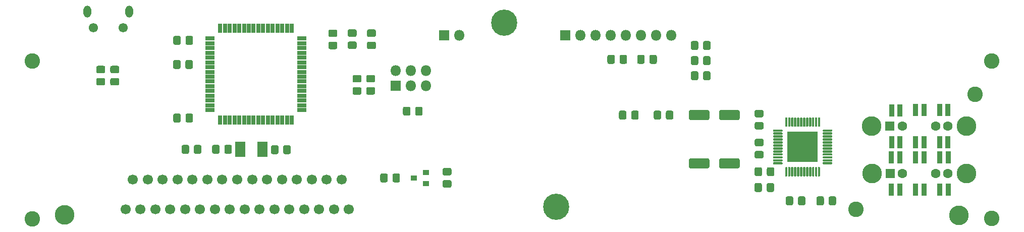
<source format=gts>
%TF.GenerationSoftware,KiCad,Pcbnew,(5.1.6-0)*%
%TF.CreationDate,2023-03-06T10:11:25+01:00*%
%TF.ProjectId,A500KB,41353030-4b42-42e6-9b69-6361645f7063,3*%
%TF.SameCoordinates,Original*%
%TF.FileFunction,Soldermask,Top*%
%TF.FilePolarity,Negative*%
%FSLAX46Y46*%
G04 Gerber Fmt 4.6, Leading zero omitted, Abs format (unit mm)*
G04 Created by KiCad (PCBNEW (5.1.6-0)) date 2023-03-06 10:11:25*
%MOMM*%
%LPD*%
G01*
G04 APERTURE LIST*
%ADD10C,4.400000*%
%ADD11R,0.900000X2.100000*%
%ADD12C,2.600000*%
%ADD13C,3.300000*%
%ADD14O,1.300000X2.000000*%
%ADD15C,1.550000*%
%ADD16R,1.000000X0.900000*%
%ADD17R,5.100000X5.100000*%
%ADD18C,1.600000*%
%ADD19R,1.600000X1.600000*%
%ADD20O,1.800000X1.800000*%
%ADD21R,1.800000X1.800000*%
%ADD22R,1.800000X2.500000*%
%ADD23R,0.650000X1.600000*%
%ADD24R,1.600000X0.650000*%
%ADD25C,1.700000*%
G04 APERTURE END LIST*
D10*
%TO.C,H26*%
X386402580Y-226021900D03*
%TD*%
D11*
%TO.C,D51*%
X451383400Y-240737500D03*
X451383400Y-246137500D03*
X452783400Y-246137500D03*
X452783400Y-240737500D03*
%TD*%
D12*
%TO.C,H25*%
X465376260Y-238102140D03*
%TD*%
%TO.C,H24*%
X445394080Y-257342640D03*
%TD*%
D13*
%TO.C,H23*%
X312681620Y-258340860D03*
%TD*%
%TO.C,H22*%
X462699100Y-258343400D03*
%TD*%
D14*
%TO.C,J2*%
X323450000Y-224150000D03*
X316450000Y-224150000D03*
D15*
X322450000Y-226850000D03*
X317450000Y-226850000D03*
%TD*%
%TO.C,R16*%
G36*
G01*
X360407478Y-229209440D02*
X361364002Y-229209440D01*
G75*
G02*
X361635740Y-229481178I0J-271738D01*
G01*
X361635740Y-230187702D01*
G75*
G02*
X361364002Y-230459440I-271738J0D01*
G01*
X360407478Y-230459440D01*
G75*
G02*
X360135740Y-230187702I0J271738D01*
G01*
X360135740Y-229481178D01*
G75*
G02*
X360407478Y-229209440I271738J0D01*
G01*
G37*
G36*
G01*
X360407478Y-227159440D02*
X361364002Y-227159440D01*
G75*
G02*
X361635740Y-227431178I0J-271738D01*
G01*
X361635740Y-228137702D01*
G75*
G02*
X361364002Y-228409440I-271738J0D01*
G01*
X360407478Y-228409440D01*
G75*
G02*
X360135740Y-228137702I0J271738D01*
G01*
X360135740Y-227431178D01*
G75*
G02*
X360407478Y-227159440I271738J0D01*
G01*
G37*
%TD*%
%TO.C,R15*%
G36*
G01*
X363633278Y-229232520D02*
X364589802Y-229232520D01*
G75*
G02*
X364861540Y-229504258I0J-271738D01*
G01*
X364861540Y-230210782D01*
G75*
G02*
X364589802Y-230482520I-271738J0D01*
G01*
X363633278Y-230482520D01*
G75*
G02*
X363361540Y-230210782I0J271738D01*
G01*
X363361540Y-229504258D01*
G75*
G02*
X363633278Y-229232520I271738J0D01*
G01*
G37*
G36*
G01*
X363633278Y-227182520D02*
X364589802Y-227182520D01*
G75*
G02*
X364861540Y-227454258I0J-271738D01*
G01*
X364861540Y-228160782D01*
G75*
G02*
X364589802Y-228432520I-271738J0D01*
G01*
X363633278Y-228432520D01*
G75*
G02*
X363361540Y-228160782I0J271738D01*
G01*
X363361540Y-227454258D01*
G75*
G02*
X363633278Y-227182520I271738J0D01*
G01*
G37*
%TD*%
%TO.C,R14*%
G36*
G01*
X407698000Y-242032262D02*
X407698000Y-241075738D01*
G75*
G02*
X407969738Y-240804000I271738J0D01*
G01*
X408676262Y-240804000D01*
G75*
G02*
X408948000Y-241075738I0J-271738D01*
G01*
X408948000Y-242032262D01*
G75*
G02*
X408676262Y-242304000I-271738J0D01*
G01*
X407969738Y-242304000D01*
G75*
G02*
X407698000Y-242032262I0J271738D01*
G01*
G37*
G36*
G01*
X405648000Y-242032262D02*
X405648000Y-241075738D01*
G75*
G02*
X405919738Y-240804000I271738J0D01*
G01*
X406626262Y-240804000D01*
G75*
G02*
X406898000Y-241075738I0J-271738D01*
G01*
X406898000Y-242032262D01*
G75*
G02*
X406626262Y-242304000I-271738J0D01*
G01*
X405919738Y-242304000D01*
G75*
G02*
X405648000Y-242032262I0J271738D01*
G01*
G37*
%TD*%
%TO.C,R13*%
G36*
G01*
X413522000Y-242032262D02*
X413522000Y-241075738D01*
G75*
G02*
X413793738Y-240804000I271738J0D01*
G01*
X414500262Y-240804000D01*
G75*
G02*
X414772000Y-241075738I0J-271738D01*
G01*
X414772000Y-242032262D01*
G75*
G02*
X414500262Y-242304000I-271738J0D01*
G01*
X413793738Y-242304000D01*
G75*
G02*
X413522000Y-242032262I0J271738D01*
G01*
G37*
G36*
G01*
X411472000Y-242032262D02*
X411472000Y-241075738D01*
G75*
G02*
X411743738Y-240804000I271738J0D01*
G01*
X412450262Y-240804000D01*
G75*
G02*
X412722000Y-241075738I0J-271738D01*
G01*
X412722000Y-242032262D01*
G75*
G02*
X412450262Y-242304000I-271738J0D01*
G01*
X411743738Y-242304000D01*
G75*
G02*
X411472000Y-242032262I0J271738D01*
G01*
G37*
%TD*%
%TO.C,R12*%
G36*
G01*
X418963000Y-229391738D02*
X418963000Y-230348262D01*
G75*
G02*
X418691262Y-230620000I-271738J0D01*
G01*
X417984738Y-230620000D01*
G75*
G02*
X417713000Y-230348262I0J271738D01*
G01*
X417713000Y-229391738D01*
G75*
G02*
X417984738Y-229120000I271738J0D01*
G01*
X418691262Y-229120000D01*
G75*
G02*
X418963000Y-229391738I0J-271738D01*
G01*
G37*
G36*
G01*
X421013000Y-229391738D02*
X421013000Y-230348262D01*
G75*
G02*
X420741262Y-230620000I-271738J0D01*
G01*
X420034738Y-230620000D01*
G75*
G02*
X419763000Y-230348262I0J271738D01*
G01*
X419763000Y-229391738D01*
G75*
G02*
X420034738Y-229120000I271738J0D01*
G01*
X420741262Y-229120000D01*
G75*
G02*
X421013000Y-229391738I0J-271738D01*
G01*
G37*
%TD*%
%TO.C,R11*%
G36*
G01*
X363503738Y-236865000D02*
X364460262Y-236865000D01*
G75*
G02*
X364732000Y-237136738I0J-271738D01*
G01*
X364732000Y-237843262D01*
G75*
G02*
X364460262Y-238115000I-271738J0D01*
G01*
X363503738Y-238115000D01*
G75*
G02*
X363232000Y-237843262I0J271738D01*
G01*
X363232000Y-237136738D01*
G75*
G02*
X363503738Y-236865000I271738J0D01*
G01*
G37*
G36*
G01*
X363503738Y-234815000D02*
X364460262Y-234815000D01*
G75*
G02*
X364732000Y-235086738I0J-271738D01*
G01*
X364732000Y-235793262D01*
G75*
G02*
X364460262Y-236065000I-271738J0D01*
G01*
X363503738Y-236065000D01*
G75*
G02*
X363232000Y-235793262I0J271738D01*
G01*
X363232000Y-235086738D01*
G75*
G02*
X363503738Y-234815000I271738J0D01*
G01*
G37*
%TD*%
%TO.C,R10*%
G36*
G01*
X361217738Y-236874000D02*
X362174262Y-236874000D01*
G75*
G02*
X362446000Y-237145738I0J-271738D01*
G01*
X362446000Y-237852262D01*
G75*
G02*
X362174262Y-238124000I-271738J0D01*
G01*
X361217738Y-238124000D01*
G75*
G02*
X360946000Y-237852262I0J271738D01*
G01*
X360946000Y-237145738D01*
G75*
G02*
X361217738Y-236874000I271738J0D01*
G01*
G37*
G36*
G01*
X361217738Y-234824000D02*
X362174262Y-234824000D01*
G75*
G02*
X362446000Y-235095738I0J-271738D01*
G01*
X362446000Y-235802262D01*
G75*
G02*
X362174262Y-236074000I-271738J0D01*
G01*
X361217738Y-236074000D01*
G75*
G02*
X360946000Y-235802262I0J271738D01*
G01*
X360946000Y-235095738D01*
G75*
G02*
X361217738Y-234824000I271738J0D01*
G01*
G37*
%TD*%
%TO.C,R9*%
G36*
G01*
X418954000Y-231931738D02*
X418954000Y-232888262D01*
G75*
G02*
X418682262Y-233160000I-271738J0D01*
G01*
X417975738Y-233160000D01*
G75*
G02*
X417704000Y-232888262I0J271738D01*
G01*
X417704000Y-231931738D01*
G75*
G02*
X417975738Y-231660000I271738J0D01*
G01*
X418682262Y-231660000D01*
G75*
G02*
X418954000Y-231931738I0J-271738D01*
G01*
G37*
G36*
G01*
X421004000Y-231931738D02*
X421004000Y-232888262D01*
G75*
G02*
X420732262Y-233160000I-271738J0D01*
G01*
X420025738Y-233160000D01*
G75*
G02*
X419754000Y-232888262I0J271738D01*
G01*
X419754000Y-231931738D01*
G75*
G02*
X420025738Y-231660000I271738J0D01*
G01*
X420732262Y-231660000D01*
G75*
G02*
X421004000Y-231931738I0J-271738D01*
G01*
G37*
%TD*%
%TO.C,R8*%
G36*
G01*
X418954000Y-234471738D02*
X418954000Y-235428262D01*
G75*
G02*
X418682262Y-235700000I-271738J0D01*
G01*
X417975738Y-235700000D01*
G75*
G02*
X417704000Y-235428262I0J271738D01*
G01*
X417704000Y-234471738D01*
G75*
G02*
X417975738Y-234200000I271738J0D01*
G01*
X418682262Y-234200000D01*
G75*
G02*
X418954000Y-234471738I0J-271738D01*
G01*
G37*
G36*
G01*
X421004000Y-234471738D02*
X421004000Y-235428262D01*
G75*
G02*
X420732262Y-235700000I-271738J0D01*
G01*
X420025738Y-235700000D01*
G75*
G02*
X419754000Y-235428262I0J271738D01*
G01*
X419754000Y-234471738D01*
G75*
G02*
X420025738Y-234200000I271738J0D01*
G01*
X420732262Y-234200000D01*
G75*
G02*
X421004000Y-234471738I0J-271738D01*
G01*
G37*
%TD*%
%TO.C,C16*%
G36*
G01*
X420812500Y-240965625D02*
X420812500Y-242134375D01*
G75*
G02*
X420546875Y-242400000I-265625J0D01*
G01*
X417653125Y-242400000D01*
G75*
G02*
X417387500Y-242134375I0J265625D01*
G01*
X417387500Y-240965625D01*
G75*
G02*
X417653125Y-240700000I265625J0D01*
G01*
X420546875Y-240700000D01*
G75*
G02*
X420812500Y-240965625I0J-265625D01*
G01*
G37*
G36*
G01*
X425887500Y-240965625D02*
X425887500Y-242134375D01*
G75*
G02*
X425621875Y-242400000I-265625J0D01*
G01*
X422728125Y-242400000D01*
G75*
G02*
X422462500Y-242134375I0J265625D01*
G01*
X422462500Y-240965625D01*
G75*
G02*
X422728125Y-240700000I265625J0D01*
G01*
X425621875Y-240700000D01*
G75*
G02*
X425887500Y-240965625I0J-265625D01*
G01*
G37*
%TD*%
%TO.C,C15*%
G36*
G01*
X420812500Y-249065625D02*
X420812500Y-250234375D01*
G75*
G02*
X420546875Y-250500000I-265625J0D01*
G01*
X417653125Y-250500000D01*
G75*
G02*
X417387500Y-250234375I0J265625D01*
G01*
X417387500Y-249065625D01*
G75*
G02*
X417653125Y-248800000I265625J0D01*
G01*
X420546875Y-248800000D01*
G75*
G02*
X420812500Y-249065625I0J-265625D01*
G01*
G37*
G36*
G01*
X425887500Y-249065625D02*
X425887500Y-250234375D01*
G75*
G02*
X425621875Y-250500000I-265625J0D01*
G01*
X422728125Y-250500000D01*
G75*
G02*
X422462500Y-250234375I0J265625D01*
G01*
X422462500Y-249065625D01*
G75*
G02*
X422728125Y-248800000I265625J0D01*
G01*
X425621875Y-248800000D01*
G75*
G02*
X425887500Y-249065625I0J-265625D01*
G01*
G37*
%TD*%
%TO.C,R7*%
G36*
G01*
X430425000Y-254178262D02*
X430425000Y-253221738D01*
G75*
G02*
X430696738Y-252950000I271738J0D01*
G01*
X431403262Y-252950000D01*
G75*
G02*
X431675000Y-253221738I0J-271738D01*
G01*
X431675000Y-254178262D01*
G75*
G02*
X431403262Y-254450000I-271738J0D01*
G01*
X430696738Y-254450000D01*
G75*
G02*
X430425000Y-254178262I0J271738D01*
G01*
G37*
G36*
G01*
X428375000Y-254178262D02*
X428375000Y-253221738D01*
G75*
G02*
X428646738Y-252950000I271738J0D01*
G01*
X429353262Y-252950000D01*
G75*
G02*
X429625000Y-253221738I0J-271738D01*
G01*
X429625000Y-254178262D01*
G75*
G02*
X429353262Y-254450000I-271738J0D01*
G01*
X428646738Y-254450000D01*
G75*
G02*
X428375000Y-254178262I0J271738D01*
G01*
G37*
%TD*%
%TO.C,R6*%
G36*
G01*
X409950000Y-231721738D02*
X409950000Y-232678262D01*
G75*
G02*
X409678262Y-232950000I-271738J0D01*
G01*
X408971738Y-232950000D01*
G75*
G02*
X408700000Y-232678262I0J271738D01*
G01*
X408700000Y-231721738D01*
G75*
G02*
X408971738Y-231450000I271738J0D01*
G01*
X409678262Y-231450000D01*
G75*
G02*
X409950000Y-231721738I0J-271738D01*
G01*
G37*
G36*
G01*
X412000000Y-231721738D02*
X412000000Y-232678262D01*
G75*
G02*
X411728262Y-232950000I-271738J0D01*
G01*
X411021738Y-232950000D01*
G75*
G02*
X410750000Y-232678262I0J271738D01*
G01*
X410750000Y-231721738D01*
G75*
G02*
X411021738Y-231450000I271738J0D01*
G01*
X411728262Y-231450000D01*
G75*
G02*
X412000000Y-231721738I0J-271738D01*
G01*
G37*
%TD*%
%TO.C,R5*%
G36*
G01*
X370650000Y-240421738D02*
X370650000Y-241378262D01*
G75*
G02*
X370378262Y-241650000I-271738J0D01*
G01*
X369671738Y-241650000D01*
G75*
G02*
X369400000Y-241378262I0J271738D01*
G01*
X369400000Y-240421738D01*
G75*
G02*
X369671738Y-240150000I271738J0D01*
G01*
X370378262Y-240150000D01*
G75*
G02*
X370650000Y-240421738I0J-271738D01*
G01*
G37*
G36*
G01*
X372700000Y-240421738D02*
X372700000Y-241378262D01*
G75*
G02*
X372428262Y-241650000I-271738J0D01*
G01*
X371721738Y-241650000D01*
G75*
G02*
X371450000Y-241378262I0J271738D01*
G01*
X371450000Y-240421738D01*
G75*
G02*
X371721738Y-240150000I271738J0D01*
G01*
X372428262Y-240150000D01*
G75*
G02*
X372700000Y-240421738I0J-271738D01*
G01*
G37*
%TD*%
%TO.C,R4*%
G36*
G01*
X321528262Y-234525000D02*
X320571738Y-234525000D01*
G75*
G02*
X320300000Y-234253262I0J271738D01*
G01*
X320300000Y-233546738D01*
G75*
G02*
X320571738Y-233275000I271738J0D01*
G01*
X321528262Y-233275000D01*
G75*
G02*
X321800000Y-233546738I0J-271738D01*
G01*
X321800000Y-234253262D01*
G75*
G02*
X321528262Y-234525000I-271738J0D01*
G01*
G37*
G36*
G01*
X321528262Y-236575000D02*
X320571738Y-236575000D01*
G75*
G02*
X320300000Y-236303262I0J271738D01*
G01*
X320300000Y-235596738D01*
G75*
G02*
X320571738Y-235325000I271738J0D01*
G01*
X321528262Y-235325000D01*
G75*
G02*
X321800000Y-235596738I0J-271738D01*
G01*
X321800000Y-236303262D01*
G75*
G02*
X321528262Y-236575000I-271738J0D01*
G01*
G37*
%TD*%
%TO.C,R3*%
G36*
G01*
X319178262Y-234525000D02*
X318221738Y-234525000D01*
G75*
G02*
X317950000Y-234253262I0J271738D01*
G01*
X317950000Y-233546738D01*
G75*
G02*
X318221738Y-233275000I271738J0D01*
G01*
X319178262Y-233275000D01*
G75*
G02*
X319450000Y-233546738I0J-271738D01*
G01*
X319450000Y-234253262D01*
G75*
G02*
X319178262Y-234525000I-271738J0D01*
G01*
G37*
G36*
G01*
X319178262Y-236575000D02*
X318221738Y-236575000D01*
G75*
G02*
X317950000Y-236303262I0J271738D01*
G01*
X317950000Y-235596738D01*
G75*
G02*
X318221738Y-235325000I271738J0D01*
G01*
X319178262Y-235325000D01*
G75*
G02*
X319450000Y-235596738I0J-271738D01*
G01*
X319450000Y-236303262D01*
G75*
G02*
X319178262Y-236575000I-271738J0D01*
G01*
G37*
%TD*%
%TO.C,R2*%
G36*
G01*
X367650000Y-252578262D02*
X367650000Y-251621738D01*
G75*
G02*
X367921738Y-251350000I271738J0D01*
G01*
X368628262Y-251350000D01*
G75*
G02*
X368900000Y-251621738I0J-271738D01*
G01*
X368900000Y-252578262D01*
G75*
G02*
X368628262Y-252850000I-271738J0D01*
G01*
X367921738Y-252850000D01*
G75*
G02*
X367650000Y-252578262I0J271738D01*
G01*
G37*
G36*
G01*
X365600000Y-252578262D02*
X365600000Y-251621738D01*
G75*
G02*
X365871738Y-251350000I271738J0D01*
G01*
X366578262Y-251350000D01*
G75*
G02*
X366850000Y-251621738I0J-271738D01*
G01*
X366850000Y-252578262D01*
G75*
G02*
X366578262Y-252850000I-271738J0D01*
G01*
X365871738Y-252850000D01*
G75*
G02*
X365600000Y-252578262I0J271738D01*
G01*
G37*
%TD*%
%TO.C,R1*%
G36*
G01*
X377278262Y-251675000D02*
X376321738Y-251675000D01*
G75*
G02*
X376050000Y-251403262I0J271738D01*
G01*
X376050000Y-250696738D01*
G75*
G02*
X376321738Y-250425000I271738J0D01*
G01*
X377278262Y-250425000D01*
G75*
G02*
X377550000Y-250696738I0J-271738D01*
G01*
X377550000Y-251403262D01*
G75*
G02*
X377278262Y-251675000I-271738J0D01*
G01*
G37*
G36*
G01*
X377278262Y-253725000D02*
X376321738Y-253725000D01*
G75*
G02*
X376050000Y-253453262I0J271738D01*
G01*
X376050000Y-252746738D01*
G75*
G02*
X376321738Y-252475000I271738J0D01*
G01*
X377278262Y-252475000D01*
G75*
G02*
X377550000Y-252746738I0J-271738D01*
G01*
X377550000Y-253453262D01*
G75*
G02*
X377278262Y-253725000I-271738J0D01*
G01*
G37*
%TD*%
D16*
%TO.C,Q1*%
X371250000Y-252100000D03*
X373250000Y-251150000D03*
X373250000Y-253050000D03*
%TD*%
D10*
%TO.C,H19*%
X395097000Y-256971800D03*
%TD*%
D12*
%TO.C,H18*%
X468193120Y-232435400D03*
%TD*%
%TO.C,H17*%
X468172800Y-258927600D03*
%TD*%
%TO.C,H16*%
X307195220Y-232443020D03*
%TD*%
%TO.C,H15*%
X307200000Y-258950000D03*
%TD*%
%TO.C,C9*%
G36*
G01*
X434875000Y-255471738D02*
X434875000Y-256428262D01*
G75*
G02*
X434603262Y-256700000I-271738J0D01*
G01*
X433896738Y-256700000D01*
G75*
G02*
X433625000Y-256428262I0J271738D01*
G01*
X433625000Y-255471738D01*
G75*
G02*
X433896738Y-255200000I271738J0D01*
G01*
X434603262Y-255200000D01*
G75*
G02*
X434875000Y-255471738I0J-271738D01*
G01*
G37*
G36*
G01*
X436925000Y-255471738D02*
X436925000Y-256428262D01*
G75*
G02*
X436653262Y-256700000I-271738J0D01*
G01*
X435946738Y-256700000D01*
G75*
G02*
X435675000Y-256428262I0J271738D01*
G01*
X435675000Y-255471738D01*
G75*
G02*
X435946738Y-255200000I271738J0D01*
G01*
X436653262Y-255200000D01*
G75*
G02*
X436925000Y-255471738I0J-271738D01*
G01*
G37*
%TD*%
%TO.C,C13*%
G36*
G01*
X429650000Y-250571738D02*
X429650000Y-251528262D01*
G75*
G02*
X429378262Y-251800000I-271738J0D01*
G01*
X428671738Y-251800000D01*
G75*
G02*
X428400000Y-251528262I0J271738D01*
G01*
X428400000Y-250571738D01*
G75*
G02*
X428671738Y-250300000I271738J0D01*
G01*
X429378262Y-250300000D01*
G75*
G02*
X429650000Y-250571738I0J-271738D01*
G01*
G37*
G36*
G01*
X431700000Y-250571738D02*
X431700000Y-251528262D01*
G75*
G02*
X431428262Y-251800000I-271738J0D01*
G01*
X430721738Y-251800000D01*
G75*
G02*
X430450000Y-251528262I0J271738D01*
G01*
X430450000Y-250571738D01*
G75*
G02*
X430721738Y-250300000I271738J0D01*
G01*
X431428262Y-250300000D01*
G75*
G02*
X431700000Y-250571738I0J-271738D01*
G01*
G37*
%TD*%
%TO.C,C14*%
G36*
G01*
X405750000Y-232678262D02*
X405750000Y-231721738D01*
G75*
G02*
X406021738Y-231450000I271738J0D01*
G01*
X406728262Y-231450000D01*
G75*
G02*
X407000000Y-231721738I0J-271738D01*
G01*
X407000000Y-232678262D01*
G75*
G02*
X406728262Y-232950000I-271738J0D01*
G01*
X406021738Y-232950000D01*
G75*
G02*
X405750000Y-232678262I0J271738D01*
G01*
G37*
G36*
G01*
X403700000Y-232678262D02*
X403700000Y-231721738D01*
G75*
G02*
X403971738Y-231450000I271738J0D01*
G01*
X404678262Y-231450000D01*
G75*
G02*
X404950000Y-231721738I0J-271738D01*
G01*
X404950000Y-232678262D01*
G75*
G02*
X404678262Y-232950000I-271738J0D01*
G01*
X403971738Y-232950000D01*
G75*
G02*
X403700000Y-232678262I0J271738D01*
G01*
G37*
%TD*%
D13*
%TO.C,H4*%
X463956400Y-243382800D03*
%TD*%
%TO.C,H3*%
X448056000Y-243400000D03*
%TD*%
%TO.C,H2*%
X448081400Y-251358400D03*
%TD*%
%TO.C,H1*%
X463956400Y-251358400D03*
%TD*%
%TO.C,C12*%
G36*
G01*
X428671738Y-247575000D02*
X429628262Y-247575000D01*
G75*
G02*
X429900000Y-247846738I0J-271738D01*
G01*
X429900000Y-248553262D01*
G75*
G02*
X429628262Y-248825000I-271738J0D01*
G01*
X428671738Y-248825000D01*
G75*
G02*
X428400000Y-248553262I0J271738D01*
G01*
X428400000Y-247846738D01*
G75*
G02*
X428671738Y-247575000I271738J0D01*
G01*
G37*
G36*
G01*
X428671738Y-245525000D02*
X429628262Y-245525000D01*
G75*
G02*
X429900000Y-245796738I0J-271738D01*
G01*
X429900000Y-246503262D01*
G75*
G02*
X429628262Y-246775000I-271738J0D01*
G01*
X428671738Y-246775000D01*
G75*
G02*
X428400000Y-246503262I0J271738D01*
G01*
X428400000Y-245796738D01*
G75*
G02*
X428671738Y-245525000I271738J0D01*
G01*
G37*
%TD*%
%TO.C,C11*%
G36*
G01*
X440825000Y-256428262D02*
X440825000Y-255471738D01*
G75*
G02*
X441096738Y-255200000I271738J0D01*
G01*
X441803262Y-255200000D01*
G75*
G02*
X442075000Y-255471738I0J-271738D01*
G01*
X442075000Y-256428262D01*
G75*
G02*
X441803262Y-256700000I-271738J0D01*
G01*
X441096738Y-256700000D01*
G75*
G02*
X440825000Y-256428262I0J271738D01*
G01*
G37*
G36*
G01*
X438775000Y-256428262D02*
X438775000Y-255471738D01*
G75*
G02*
X439046738Y-255200000I271738J0D01*
G01*
X439753262Y-255200000D01*
G75*
G02*
X440025000Y-255471738I0J-271738D01*
G01*
X440025000Y-256428262D01*
G75*
G02*
X439753262Y-256700000I-271738J0D01*
G01*
X439046738Y-256700000D01*
G75*
G02*
X438775000Y-256428262I0J271738D01*
G01*
G37*
%TD*%
D17*
%TO.C,U1*%
X436462500Y-246900000D03*
G36*
G01*
X439412500Y-250375000D02*
X439412500Y-251750000D01*
G75*
G02*
X439312500Y-251850000I-100000J0D01*
G01*
X439112500Y-251850000D01*
G75*
G02*
X439012500Y-251750000I0J100000D01*
G01*
X439012500Y-250375000D01*
G75*
G02*
X439112500Y-250275000I100000J0D01*
G01*
X439312500Y-250275000D01*
G75*
G02*
X439412500Y-250375000I0J-100000D01*
G01*
G37*
G36*
G01*
X438912500Y-250375000D02*
X438912500Y-251750000D01*
G75*
G02*
X438812500Y-251850000I-100000J0D01*
G01*
X438612500Y-251850000D01*
G75*
G02*
X438512500Y-251750000I0J100000D01*
G01*
X438512500Y-250375000D01*
G75*
G02*
X438612500Y-250275000I100000J0D01*
G01*
X438812500Y-250275000D01*
G75*
G02*
X438912500Y-250375000I0J-100000D01*
G01*
G37*
G36*
G01*
X438412500Y-250375000D02*
X438412500Y-251750000D01*
G75*
G02*
X438312500Y-251850000I-100000J0D01*
G01*
X438112500Y-251850000D01*
G75*
G02*
X438012500Y-251750000I0J100000D01*
G01*
X438012500Y-250375000D01*
G75*
G02*
X438112500Y-250275000I100000J0D01*
G01*
X438312500Y-250275000D01*
G75*
G02*
X438412500Y-250375000I0J-100000D01*
G01*
G37*
G36*
G01*
X437912500Y-250375000D02*
X437912500Y-251750000D01*
G75*
G02*
X437812500Y-251850000I-100000J0D01*
G01*
X437612500Y-251850000D01*
G75*
G02*
X437512500Y-251750000I0J100000D01*
G01*
X437512500Y-250375000D01*
G75*
G02*
X437612500Y-250275000I100000J0D01*
G01*
X437812500Y-250275000D01*
G75*
G02*
X437912500Y-250375000I0J-100000D01*
G01*
G37*
G36*
G01*
X437412500Y-250375000D02*
X437412500Y-251750000D01*
G75*
G02*
X437312500Y-251850000I-100000J0D01*
G01*
X437112500Y-251850000D01*
G75*
G02*
X437012500Y-251750000I0J100000D01*
G01*
X437012500Y-250375000D01*
G75*
G02*
X437112500Y-250275000I100000J0D01*
G01*
X437312500Y-250275000D01*
G75*
G02*
X437412500Y-250375000I0J-100000D01*
G01*
G37*
G36*
G01*
X436912500Y-250375000D02*
X436912500Y-251750000D01*
G75*
G02*
X436812500Y-251850000I-100000J0D01*
G01*
X436612500Y-251850000D01*
G75*
G02*
X436512500Y-251750000I0J100000D01*
G01*
X436512500Y-250375000D01*
G75*
G02*
X436612500Y-250275000I100000J0D01*
G01*
X436812500Y-250275000D01*
G75*
G02*
X436912500Y-250375000I0J-100000D01*
G01*
G37*
G36*
G01*
X436412500Y-250375000D02*
X436412500Y-251750000D01*
G75*
G02*
X436312500Y-251850000I-100000J0D01*
G01*
X436112500Y-251850000D01*
G75*
G02*
X436012500Y-251750000I0J100000D01*
G01*
X436012500Y-250375000D01*
G75*
G02*
X436112500Y-250275000I100000J0D01*
G01*
X436312500Y-250275000D01*
G75*
G02*
X436412500Y-250375000I0J-100000D01*
G01*
G37*
G36*
G01*
X435912500Y-250375000D02*
X435912500Y-251750000D01*
G75*
G02*
X435812500Y-251850000I-100000J0D01*
G01*
X435612500Y-251850000D01*
G75*
G02*
X435512500Y-251750000I0J100000D01*
G01*
X435512500Y-250375000D01*
G75*
G02*
X435612500Y-250275000I100000J0D01*
G01*
X435812500Y-250275000D01*
G75*
G02*
X435912500Y-250375000I0J-100000D01*
G01*
G37*
G36*
G01*
X435412500Y-250375000D02*
X435412500Y-251750000D01*
G75*
G02*
X435312500Y-251850000I-100000J0D01*
G01*
X435112500Y-251850000D01*
G75*
G02*
X435012500Y-251750000I0J100000D01*
G01*
X435012500Y-250375000D01*
G75*
G02*
X435112500Y-250275000I100000J0D01*
G01*
X435312500Y-250275000D01*
G75*
G02*
X435412500Y-250375000I0J-100000D01*
G01*
G37*
G36*
G01*
X434912500Y-250375000D02*
X434912500Y-251750000D01*
G75*
G02*
X434812500Y-251850000I-100000J0D01*
G01*
X434612500Y-251850000D01*
G75*
G02*
X434512500Y-251750000I0J100000D01*
G01*
X434512500Y-250375000D01*
G75*
G02*
X434612500Y-250275000I100000J0D01*
G01*
X434812500Y-250275000D01*
G75*
G02*
X434912500Y-250375000I0J-100000D01*
G01*
G37*
G36*
G01*
X434412500Y-250375000D02*
X434412500Y-251750000D01*
G75*
G02*
X434312500Y-251850000I-100000J0D01*
G01*
X434112500Y-251850000D01*
G75*
G02*
X434012500Y-251750000I0J100000D01*
G01*
X434012500Y-250375000D01*
G75*
G02*
X434112500Y-250275000I100000J0D01*
G01*
X434312500Y-250275000D01*
G75*
G02*
X434412500Y-250375000I0J-100000D01*
G01*
G37*
G36*
G01*
X433912500Y-250375000D02*
X433912500Y-251750000D01*
G75*
G02*
X433812500Y-251850000I-100000J0D01*
G01*
X433612500Y-251850000D01*
G75*
G02*
X433512500Y-251750000I0J100000D01*
G01*
X433512500Y-250375000D01*
G75*
G02*
X433612500Y-250275000I100000J0D01*
G01*
X433812500Y-250275000D01*
G75*
G02*
X433912500Y-250375000I0J-100000D01*
G01*
G37*
G36*
G01*
X433087500Y-249550000D02*
X433087500Y-249750000D01*
G75*
G02*
X432987500Y-249850000I-100000J0D01*
G01*
X431612500Y-249850000D01*
G75*
G02*
X431512500Y-249750000I0J100000D01*
G01*
X431512500Y-249550000D01*
G75*
G02*
X431612500Y-249450000I100000J0D01*
G01*
X432987500Y-249450000D01*
G75*
G02*
X433087500Y-249550000I0J-100000D01*
G01*
G37*
G36*
G01*
X433087500Y-249050000D02*
X433087500Y-249250000D01*
G75*
G02*
X432987500Y-249350000I-100000J0D01*
G01*
X431612500Y-249350000D01*
G75*
G02*
X431512500Y-249250000I0J100000D01*
G01*
X431512500Y-249050000D01*
G75*
G02*
X431612500Y-248950000I100000J0D01*
G01*
X432987500Y-248950000D01*
G75*
G02*
X433087500Y-249050000I0J-100000D01*
G01*
G37*
G36*
G01*
X433087500Y-248550000D02*
X433087500Y-248750000D01*
G75*
G02*
X432987500Y-248850000I-100000J0D01*
G01*
X431612500Y-248850000D01*
G75*
G02*
X431512500Y-248750000I0J100000D01*
G01*
X431512500Y-248550000D01*
G75*
G02*
X431612500Y-248450000I100000J0D01*
G01*
X432987500Y-248450000D01*
G75*
G02*
X433087500Y-248550000I0J-100000D01*
G01*
G37*
G36*
G01*
X433087500Y-248050000D02*
X433087500Y-248250000D01*
G75*
G02*
X432987500Y-248350000I-100000J0D01*
G01*
X431612500Y-248350000D01*
G75*
G02*
X431512500Y-248250000I0J100000D01*
G01*
X431512500Y-248050000D01*
G75*
G02*
X431612500Y-247950000I100000J0D01*
G01*
X432987500Y-247950000D01*
G75*
G02*
X433087500Y-248050000I0J-100000D01*
G01*
G37*
G36*
G01*
X433087500Y-247550000D02*
X433087500Y-247750000D01*
G75*
G02*
X432987500Y-247850000I-100000J0D01*
G01*
X431612500Y-247850000D01*
G75*
G02*
X431512500Y-247750000I0J100000D01*
G01*
X431512500Y-247550000D01*
G75*
G02*
X431612500Y-247450000I100000J0D01*
G01*
X432987500Y-247450000D01*
G75*
G02*
X433087500Y-247550000I0J-100000D01*
G01*
G37*
G36*
G01*
X433087500Y-247050000D02*
X433087500Y-247250000D01*
G75*
G02*
X432987500Y-247350000I-100000J0D01*
G01*
X431612500Y-247350000D01*
G75*
G02*
X431512500Y-247250000I0J100000D01*
G01*
X431512500Y-247050000D01*
G75*
G02*
X431612500Y-246950000I100000J0D01*
G01*
X432987500Y-246950000D01*
G75*
G02*
X433087500Y-247050000I0J-100000D01*
G01*
G37*
G36*
G01*
X433087500Y-246550000D02*
X433087500Y-246750000D01*
G75*
G02*
X432987500Y-246850000I-100000J0D01*
G01*
X431612500Y-246850000D01*
G75*
G02*
X431512500Y-246750000I0J100000D01*
G01*
X431512500Y-246550000D01*
G75*
G02*
X431612500Y-246450000I100000J0D01*
G01*
X432987500Y-246450000D01*
G75*
G02*
X433087500Y-246550000I0J-100000D01*
G01*
G37*
G36*
G01*
X433087500Y-246050000D02*
X433087500Y-246250000D01*
G75*
G02*
X432987500Y-246350000I-100000J0D01*
G01*
X431612500Y-246350000D01*
G75*
G02*
X431512500Y-246250000I0J100000D01*
G01*
X431512500Y-246050000D01*
G75*
G02*
X431612500Y-245950000I100000J0D01*
G01*
X432987500Y-245950000D01*
G75*
G02*
X433087500Y-246050000I0J-100000D01*
G01*
G37*
G36*
G01*
X433087500Y-245550000D02*
X433087500Y-245750000D01*
G75*
G02*
X432987500Y-245850000I-100000J0D01*
G01*
X431612500Y-245850000D01*
G75*
G02*
X431512500Y-245750000I0J100000D01*
G01*
X431512500Y-245550000D01*
G75*
G02*
X431612500Y-245450000I100000J0D01*
G01*
X432987500Y-245450000D01*
G75*
G02*
X433087500Y-245550000I0J-100000D01*
G01*
G37*
G36*
G01*
X433087500Y-245050000D02*
X433087500Y-245250000D01*
G75*
G02*
X432987500Y-245350000I-100000J0D01*
G01*
X431612500Y-245350000D01*
G75*
G02*
X431512500Y-245250000I0J100000D01*
G01*
X431512500Y-245050000D01*
G75*
G02*
X431612500Y-244950000I100000J0D01*
G01*
X432987500Y-244950000D01*
G75*
G02*
X433087500Y-245050000I0J-100000D01*
G01*
G37*
G36*
G01*
X433087500Y-244550000D02*
X433087500Y-244750000D01*
G75*
G02*
X432987500Y-244850000I-100000J0D01*
G01*
X431612500Y-244850000D01*
G75*
G02*
X431512500Y-244750000I0J100000D01*
G01*
X431512500Y-244550000D01*
G75*
G02*
X431612500Y-244450000I100000J0D01*
G01*
X432987500Y-244450000D01*
G75*
G02*
X433087500Y-244550000I0J-100000D01*
G01*
G37*
G36*
G01*
X433087500Y-244050000D02*
X433087500Y-244250000D01*
G75*
G02*
X432987500Y-244350000I-100000J0D01*
G01*
X431612500Y-244350000D01*
G75*
G02*
X431512500Y-244250000I0J100000D01*
G01*
X431512500Y-244050000D01*
G75*
G02*
X431612500Y-243950000I100000J0D01*
G01*
X432987500Y-243950000D01*
G75*
G02*
X433087500Y-244050000I0J-100000D01*
G01*
G37*
G36*
G01*
X433912500Y-242050000D02*
X433912500Y-243425000D01*
G75*
G02*
X433812500Y-243525000I-100000J0D01*
G01*
X433612500Y-243525000D01*
G75*
G02*
X433512500Y-243425000I0J100000D01*
G01*
X433512500Y-242050000D01*
G75*
G02*
X433612500Y-241950000I100000J0D01*
G01*
X433812500Y-241950000D01*
G75*
G02*
X433912500Y-242050000I0J-100000D01*
G01*
G37*
G36*
G01*
X434412500Y-242050000D02*
X434412500Y-243425000D01*
G75*
G02*
X434312500Y-243525000I-100000J0D01*
G01*
X434112500Y-243525000D01*
G75*
G02*
X434012500Y-243425000I0J100000D01*
G01*
X434012500Y-242050000D01*
G75*
G02*
X434112500Y-241950000I100000J0D01*
G01*
X434312500Y-241950000D01*
G75*
G02*
X434412500Y-242050000I0J-100000D01*
G01*
G37*
G36*
G01*
X434912500Y-242050000D02*
X434912500Y-243425000D01*
G75*
G02*
X434812500Y-243525000I-100000J0D01*
G01*
X434612500Y-243525000D01*
G75*
G02*
X434512500Y-243425000I0J100000D01*
G01*
X434512500Y-242050000D01*
G75*
G02*
X434612500Y-241950000I100000J0D01*
G01*
X434812500Y-241950000D01*
G75*
G02*
X434912500Y-242050000I0J-100000D01*
G01*
G37*
G36*
G01*
X435412500Y-242050000D02*
X435412500Y-243425000D01*
G75*
G02*
X435312500Y-243525000I-100000J0D01*
G01*
X435112500Y-243525000D01*
G75*
G02*
X435012500Y-243425000I0J100000D01*
G01*
X435012500Y-242050000D01*
G75*
G02*
X435112500Y-241950000I100000J0D01*
G01*
X435312500Y-241950000D01*
G75*
G02*
X435412500Y-242050000I0J-100000D01*
G01*
G37*
G36*
G01*
X435912500Y-242050000D02*
X435912500Y-243425000D01*
G75*
G02*
X435812500Y-243525000I-100000J0D01*
G01*
X435612500Y-243525000D01*
G75*
G02*
X435512500Y-243425000I0J100000D01*
G01*
X435512500Y-242050000D01*
G75*
G02*
X435612500Y-241950000I100000J0D01*
G01*
X435812500Y-241950000D01*
G75*
G02*
X435912500Y-242050000I0J-100000D01*
G01*
G37*
G36*
G01*
X436412500Y-242050000D02*
X436412500Y-243425000D01*
G75*
G02*
X436312500Y-243525000I-100000J0D01*
G01*
X436112500Y-243525000D01*
G75*
G02*
X436012500Y-243425000I0J100000D01*
G01*
X436012500Y-242050000D01*
G75*
G02*
X436112500Y-241950000I100000J0D01*
G01*
X436312500Y-241950000D01*
G75*
G02*
X436412500Y-242050000I0J-100000D01*
G01*
G37*
G36*
G01*
X436912500Y-242050000D02*
X436912500Y-243425000D01*
G75*
G02*
X436812500Y-243525000I-100000J0D01*
G01*
X436612500Y-243525000D01*
G75*
G02*
X436512500Y-243425000I0J100000D01*
G01*
X436512500Y-242050000D01*
G75*
G02*
X436612500Y-241950000I100000J0D01*
G01*
X436812500Y-241950000D01*
G75*
G02*
X436912500Y-242050000I0J-100000D01*
G01*
G37*
G36*
G01*
X437412500Y-242050000D02*
X437412500Y-243425000D01*
G75*
G02*
X437312500Y-243525000I-100000J0D01*
G01*
X437112500Y-243525000D01*
G75*
G02*
X437012500Y-243425000I0J100000D01*
G01*
X437012500Y-242050000D01*
G75*
G02*
X437112500Y-241950000I100000J0D01*
G01*
X437312500Y-241950000D01*
G75*
G02*
X437412500Y-242050000I0J-100000D01*
G01*
G37*
G36*
G01*
X437912500Y-242050000D02*
X437912500Y-243425000D01*
G75*
G02*
X437812500Y-243525000I-100000J0D01*
G01*
X437612500Y-243525000D01*
G75*
G02*
X437512500Y-243425000I0J100000D01*
G01*
X437512500Y-242050000D01*
G75*
G02*
X437612500Y-241950000I100000J0D01*
G01*
X437812500Y-241950000D01*
G75*
G02*
X437912500Y-242050000I0J-100000D01*
G01*
G37*
G36*
G01*
X438412500Y-242050000D02*
X438412500Y-243425000D01*
G75*
G02*
X438312500Y-243525000I-100000J0D01*
G01*
X438112500Y-243525000D01*
G75*
G02*
X438012500Y-243425000I0J100000D01*
G01*
X438012500Y-242050000D01*
G75*
G02*
X438112500Y-241950000I100000J0D01*
G01*
X438312500Y-241950000D01*
G75*
G02*
X438412500Y-242050000I0J-100000D01*
G01*
G37*
G36*
G01*
X438912500Y-242050000D02*
X438912500Y-243425000D01*
G75*
G02*
X438812500Y-243525000I-100000J0D01*
G01*
X438612500Y-243525000D01*
G75*
G02*
X438512500Y-243425000I0J100000D01*
G01*
X438512500Y-242050000D01*
G75*
G02*
X438612500Y-241950000I100000J0D01*
G01*
X438812500Y-241950000D01*
G75*
G02*
X438912500Y-242050000I0J-100000D01*
G01*
G37*
G36*
G01*
X439412500Y-242050000D02*
X439412500Y-243425000D01*
G75*
G02*
X439312500Y-243525000I-100000J0D01*
G01*
X439112500Y-243525000D01*
G75*
G02*
X439012500Y-243425000I0J100000D01*
G01*
X439012500Y-242050000D01*
G75*
G02*
X439112500Y-241950000I100000J0D01*
G01*
X439312500Y-241950000D01*
G75*
G02*
X439412500Y-242050000I0J-100000D01*
G01*
G37*
G36*
G01*
X441412500Y-244050000D02*
X441412500Y-244250000D01*
G75*
G02*
X441312500Y-244350000I-100000J0D01*
G01*
X439937500Y-244350000D01*
G75*
G02*
X439837500Y-244250000I0J100000D01*
G01*
X439837500Y-244050000D01*
G75*
G02*
X439937500Y-243950000I100000J0D01*
G01*
X441312500Y-243950000D01*
G75*
G02*
X441412500Y-244050000I0J-100000D01*
G01*
G37*
G36*
G01*
X441412500Y-244550000D02*
X441412500Y-244750000D01*
G75*
G02*
X441312500Y-244850000I-100000J0D01*
G01*
X439937500Y-244850000D01*
G75*
G02*
X439837500Y-244750000I0J100000D01*
G01*
X439837500Y-244550000D01*
G75*
G02*
X439937500Y-244450000I100000J0D01*
G01*
X441312500Y-244450000D01*
G75*
G02*
X441412500Y-244550000I0J-100000D01*
G01*
G37*
G36*
G01*
X441412500Y-245050000D02*
X441412500Y-245250000D01*
G75*
G02*
X441312500Y-245350000I-100000J0D01*
G01*
X439937500Y-245350000D01*
G75*
G02*
X439837500Y-245250000I0J100000D01*
G01*
X439837500Y-245050000D01*
G75*
G02*
X439937500Y-244950000I100000J0D01*
G01*
X441312500Y-244950000D01*
G75*
G02*
X441412500Y-245050000I0J-100000D01*
G01*
G37*
G36*
G01*
X441412500Y-245550000D02*
X441412500Y-245750000D01*
G75*
G02*
X441312500Y-245850000I-100000J0D01*
G01*
X439937500Y-245850000D01*
G75*
G02*
X439837500Y-245750000I0J100000D01*
G01*
X439837500Y-245550000D01*
G75*
G02*
X439937500Y-245450000I100000J0D01*
G01*
X441312500Y-245450000D01*
G75*
G02*
X441412500Y-245550000I0J-100000D01*
G01*
G37*
G36*
G01*
X441412500Y-246050000D02*
X441412500Y-246250000D01*
G75*
G02*
X441312500Y-246350000I-100000J0D01*
G01*
X439937500Y-246350000D01*
G75*
G02*
X439837500Y-246250000I0J100000D01*
G01*
X439837500Y-246050000D01*
G75*
G02*
X439937500Y-245950000I100000J0D01*
G01*
X441312500Y-245950000D01*
G75*
G02*
X441412500Y-246050000I0J-100000D01*
G01*
G37*
G36*
G01*
X441412500Y-246550000D02*
X441412500Y-246750000D01*
G75*
G02*
X441312500Y-246850000I-100000J0D01*
G01*
X439937500Y-246850000D01*
G75*
G02*
X439837500Y-246750000I0J100000D01*
G01*
X439837500Y-246550000D01*
G75*
G02*
X439937500Y-246450000I100000J0D01*
G01*
X441312500Y-246450000D01*
G75*
G02*
X441412500Y-246550000I0J-100000D01*
G01*
G37*
G36*
G01*
X441412500Y-247050000D02*
X441412500Y-247250000D01*
G75*
G02*
X441312500Y-247350000I-100000J0D01*
G01*
X439937500Y-247350000D01*
G75*
G02*
X439837500Y-247250000I0J100000D01*
G01*
X439837500Y-247050000D01*
G75*
G02*
X439937500Y-246950000I100000J0D01*
G01*
X441312500Y-246950000D01*
G75*
G02*
X441412500Y-247050000I0J-100000D01*
G01*
G37*
G36*
G01*
X441412500Y-247550000D02*
X441412500Y-247750000D01*
G75*
G02*
X441312500Y-247850000I-100000J0D01*
G01*
X439937500Y-247850000D01*
G75*
G02*
X439837500Y-247750000I0J100000D01*
G01*
X439837500Y-247550000D01*
G75*
G02*
X439937500Y-247450000I100000J0D01*
G01*
X441312500Y-247450000D01*
G75*
G02*
X441412500Y-247550000I0J-100000D01*
G01*
G37*
G36*
G01*
X441412500Y-248050000D02*
X441412500Y-248250000D01*
G75*
G02*
X441312500Y-248350000I-100000J0D01*
G01*
X439937500Y-248350000D01*
G75*
G02*
X439837500Y-248250000I0J100000D01*
G01*
X439837500Y-248050000D01*
G75*
G02*
X439937500Y-247950000I100000J0D01*
G01*
X441312500Y-247950000D01*
G75*
G02*
X441412500Y-248050000I0J-100000D01*
G01*
G37*
G36*
G01*
X441412500Y-248550000D02*
X441412500Y-248750000D01*
G75*
G02*
X441312500Y-248850000I-100000J0D01*
G01*
X439937500Y-248850000D01*
G75*
G02*
X439837500Y-248750000I0J100000D01*
G01*
X439837500Y-248550000D01*
G75*
G02*
X439937500Y-248450000I100000J0D01*
G01*
X441312500Y-248450000D01*
G75*
G02*
X441412500Y-248550000I0J-100000D01*
G01*
G37*
G36*
G01*
X441412500Y-249050000D02*
X441412500Y-249250000D01*
G75*
G02*
X441312500Y-249350000I-100000J0D01*
G01*
X439937500Y-249350000D01*
G75*
G02*
X439837500Y-249250000I0J100000D01*
G01*
X439837500Y-249050000D01*
G75*
G02*
X439937500Y-248950000I100000J0D01*
G01*
X441312500Y-248950000D01*
G75*
G02*
X441412500Y-249050000I0J-100000D01*
G01*
G37*
G36*
G01*
X441412500Y-249550000D02*
X441412500Y-249750000D01*
G75*
G02*
X441312500Y-249850000I-100000J0D01*
G01*
X439937500Y-249850000D01*
G75*
G02*
X439837500Y-249750000I0J100000D01*
G01*
X439837500Y-249550000D01*
G75*
G02*
X439937500Y-249450000I100000J0D01*
G01*
X441312500Y-249450000D01*
G75*
G02*
X441412500Y-249550000I0J-100000D01*
G01*
G37*
%TD*%
%TO.C,C8*%
G36*
G01*
X332125000Y-228521738D02*
X332125000Y-229478262D01*
G75*
G02*
X331853262Y-229750000I-271738J0D01*
G01*
X331146738Y-229750000D01*
G75*
G02*
X330875000Y-229478262I0J271738D01*
G01*
X330875000Y-228521738D01*
G75*
G02*
X331146738Y-228250000I271738J0D01*
G01*
X331853262Y-228250000D01*
G75*
G02*
X332125000Y-228521738I0J-271738D01*
G01*
G37*
G36*
G01*
X334175000Y-228521738D02*
X334175000Y-229478262D01*
G75*
G02*
X333903262Y-229750000I-271738J0D01*
G01*
X333196738Y-229750000D01*
G75*
G02*
X332925000Y-229478262I0J271738D01*
G01*
X332925000Y-228521738D01*
G75*
G02*
X333196738Y-228250000I271738J0D01*
G01*
X333903262Y-228250000D01*
G75*
G02*
X334175000Y-228521738I0J-271738D01*
G01*
G37*
%TD*%
%TO.C,C7*%
G36*
G01*
X429628262Y-241925000D02*
X428671738Y-241925000D01*
G75*
G02*
X428400000Y-241653262I0J271738D01*
G01*
X428400000Y-240946738D01*
G75*
G02*
X428671738Y-240675000I271738J0D01*
G01*
X429628262Y-240675000D01*
G75*
G02*
X429900000Y-240946738I0J-271738D01*
G01*
X429900000Y-241653262D01*
G75*
G02*
X429628262Y-241925000I-271738J0D01*
G01*
G37*
G36*
G01*
X429628262Y-243975000D02*
X428671738Y-243975000D01*
G75*
G02*
X428400000Y-243703262I0J271738D01*
G01*
X428400000Y-242996738D01*
G75*
G02*
X428671738Y-242725000I271738J0D01*
G01*
X429628262Y-242725000D01*
G75*
G02*
X429900000Y-242996738I0J-271738D01*
G01*
X429900000Y-243703262D01*
G75*
G02*
X429628262Y-243975000I-271738J0D01*
G01*
G37*
%TD*%
%TO.C,C2*%
G36*
G01*
X332925000Y-242528262D02*
X332925000Y-241571738D01*
G75*
G02*
X333196738Y-241300000I271738J0D01*
G01*
X333903262Y-241300000D01*
G75*
G02*
X334175000Y-241571738I0J-271738D01*
G01*
X334175000Y-242528262D01*
G75*
G02*
X333903262Y-242800000I-271738J0D01*
G01*
X333196738Y-242800000D01*
G75*
G02*
X332925000Y-242528262I0J271738D01*
G01*
G37*
G36*
G01*
X330875000Y-242528262D02*
X330875000Y-241571738D01*
G75*
G02*
X331146738Y-241300000I271738J0D01*
G01*
X331853262Y-241300000D01*
G75*
G02*
X332125000Y-241571738I0J-271738D01*
G01*
X332125000Y-242528262D01*
G75*
G02*
X331853262Y-242800000I-271738J0D01*
G01*
X331146738Y-242800000D01*
G75*
G02*
X330875000Y-242528262I0J271738D01*
G01*
G37*
%TD*%
%TO.C,C1*%
G36*
G01*
X334335500Y-247787362D02*
X334335500Y-246830838D01*
G75*
G02*
X334607238Y-246559100I271738J0D01*
G01*
X335313762Y-246559100D01*
G75*
G02*
X335585500Y-246830838I0J-271738D01*
G01*
X335585500Y-247787362D01*
G75*
G02*
X335313762Y-248059100I-271738J0D01*
G01*
X334607238Y-248059100D01*
G75*
G02*
X334335500Y-247787362I0J271738D01*
G01*
G37*
G36*
G01*
X332285500Y-247787362D02*
X332285500Y-246830838D01*
G75*
G02*
X332557238Y-246559100I271738J0D01*
G01*
X333263762Y-246559100D01*
G75*
G02*
X333535500Y-246830838I0J-271738D01*
G01*
X333535500Y-247787362D01*
G75*
G02*
X333263762Y-248059100I-271738J0D01*
G01*
X332557238Y-248059100D01*
G75*
G02*
X332285500Y-247787362I0J271738D01*
G01*
G37*
%TD*%
D11*
%TO.C,D53*%
X459447200Y-240717200D03*
X459447200Y-246117200D03*
X460847200Y-246117200D03*
X460847200Y-240717200D03*
%TD*%
%TO.C,D52*%
X455395900Y-240729900D03*
X455395900Y-246129900D03*
X456795900Y-246129900D03*
X456795900Y-240729900D03*
%TD*%
D18*
%TO.C,D4*%
X460829400Y-251358400D03*
X458779400Y-251358400D03*
D19*
X451129400Y-251358400D03*
D18*
X453179400Y-251358400D03*
%TD*%
%TO.C,D3*%
X460804000Y-243357400D03*
X458754000Y-243357400D03*
D19*
X451104000Y-243357400D03*
D18*
X453154000Y-243357400D03*
%TD*%
D20*
%TO.C,J5*%
X378838460Y-228178360D03*
D21*
X376298460Y-228178360D03*
%TD*%
D22*
%TO.C,Y2*%
X342123300Y-247321800D03*
X345823300Y-247321800D03*
%TD*%
D11*
%TO.C,D7*%
X460858400Y-254075000D03*
X460858400Y-248675000D03*
X459458400Y-248675000D03*
X459458400Y-254075000D03*
%TD*%
%TO.C,D6*%
X456794400Y-254075000D03*
X456794400Y-248675000D03*
X455394400Y-248675000D03*
X455394400Y-254075000D03*
%TD*%
%TO.C,D5*%
X452767000Y-254088000D03*
X452767000Y-248688000D03*
X451367000Y-248688000D03*
X451367000Y-254088000D03*
%TD*%
D20*
%TO.C,J4*%
X414380000Y-228200000D03*
X411840000Y-228200000D03*
X409300000Y-228200000D03*
X406760000Y-228200000D03*
X404220000Y-228200000D03*
X401680000Y-228200000D03*
X399140000Y-228200000D03*
D21*
X396600000Y-228200000D03*
%TD*%
D23*
%TO.C,U2*%
X338748400Y-227004200D03*
X339548400Y-227004200D03*
X340348400Y-227004200D03*
X341148400Y-227004200D03*
X341948400Y-227004200D03*
X342748400Y-227004200D03*
X343548400Y-227004200D03*
X344348400Y-227004200D03*
X345148400Y-227004200D03*
X345948400Y-227004200D03*
X346748400Y-227004200D03*
X347548400Y-227004200D03*
X348348400Y-227004200D03*
X349148400Y-227004200D03*
X349948400Y-227004200D03*
X350748400Y-227004200D03*
D24*
X352448400Y-228704200D03*
X352448400Y-229504200D03*
X352448400Y-230304200D03*
X352448400Y-231104200D03*
X352448400Y-231904200D03*
X352448400Y-232704200D03*
X352448400Y-233504200D03*
X352448400Y-234304200D03*
X352448400Y-235104200D03*
X352448400Y-235904200D03*
X352448400Y-236704200D03*
X352448400Y-237504200D03*
X352448400Y-238304200D03*
X352448400Y-239104200D03*
X352448400Y-239904200D03*
X352448400Y-240704200D03*
D23*
X350748400Y-242404200D03*
X349948400Y-242404200D03*
X349148400Y-242404200D03*
X348348400Y-242404200D03*
X347548400Y-242404200D03*
X346748400Y-242404200D03*
X345948400Y-242404200D03*
X345148400Y-242404200D03*
X344348400Y-242404200D03*
X343548400Y-242404200D03*
X342748400Y-242404200D03*
X341948400Y-242404200D03*
X341148400Y-242404200D03*
X340348400Y-242404200D03*
X339548400Y-242404200D03*
X338748400Y-242404200D03*
D24*
X337048400Y-240704200D03*
X337048400Y-239904200D03*
X337048400Y-239104200D03*
X337048400Y-238304200D03*
X337048400Y-237504200D03*
X337048400Y-236704200D03*
X337048400Y-235904200D03*
X337048400Y-235104200D03*
X337048400Y-234304200D03*
X337048400Y-233504200D03*
X337048400Y-232704200D03*
X337048400Y-231904200D03*
X337048400Y-231104200D03*
X337048400Y-230304200D03*
X337048400Y-229504200D03*
X337048400Y-228704200D03*
%TD*%
D20*
%TO.C,J3*%
X373280000Y-234060000D03*
X373280000Y-236600000D03*
X370740000Y-234060000D03*
X370740000Y-236600000D03*
X368200000Y-234060000D03*
D21*
X368200000Y-236600000D03*
%TD*%
%TO.C,C6*%
G36*
G01*
X357166438Y-229242680D02*
X358122962Y-229242680D01*
G75*
G02*
X358394700Y-229514418I0J-271738D01*
G01*
X358394700Y-230220942D01*
G75*
G02*
X358122962Y-230492680I-271738J0D01*
G01*
X357166438Y-230492680D01*
G75*
G02*
X356894700Y-230220942I0J271738D01*
G01*
X356894700Y-229514418D01*
G75*
G02*
X357166438Y-229242680I271738J0D01*
G01*
G37*
G36*
G01*
X357166438Y-227192680D02*
X358122962Y-227192680D01*
G75*
G02*
X358394700Y-227464418I0J-271738D01*
G01*
X358394700Y-228170942D01*
G75*
G02*
X358122962Y-228442680I-271738J0D01*
G01*
X357166438Y-228442680D01*
G75*
G02*
X356894700Y-228170942I0J271738D01*
G01*
X356894700Y-227464418D01*
G75*
G02*
X357166438Y-227192680I271738J0D01*
G01*
G37*
%TD*%
%TO.C,C5*%
G36*
G01*
X332100000Y-232571738D02*
X332100000Y-233528262D01*
G75*
G02*
X331828262Y-233800000I-271738J0D01*
G01*
X331121738Y-233800000D01*
G75*
G02*
X330850000Y-233528262I0J271738D01*
G01*
X330850000Y-232571738D01*
G75*
G02*
X331121738Y-232300000I271738J0D01*
G01*
X331828262Y-232300000D01*
G75*
G02*
X332100000Y-232571738I0J-271738D01*
G01*
G37*
G36*
G01*
X334150000Y-232571738D02*
X334150000Y-233528262D01*
G75*
G02*
X333878262Y-233800000I-271738J0D01*
G01*
X333171738Y-233800000D01*
G75*
G02*
X332900000Y-233528262I0J271738D01*
G01*
X332900000Y-232571738D01*
G75*
G02*
X333171738Y-232300000I271738J0D01*
G01*
X333878262Y-232300000D01*
G75*
G02*
X334150000Y-232571738I0J-271738D01*
G01*
G37*
%TD*%
%TO.C,C4*%
G36*
G01*
X339446200Y-247774662D02*
X339446200Y-246818138D01*
G75*
G02*
X339717938Y-246546400I271738J0D01*
G01*
X340424462Y-246546400D01*
G75*
G02*
X340696200Y-246818138I0J-271738D01*
G01*
X340696200Y-247774662D01*
G75*
G02*
X340424462Y-248046400I-271738J0D01*
G01*
X339717938Y-248046400D01*
G75*
G02*
X339446200Y-247774662I0J271738D01*
G01*
G37*
G36*
G01*
X337396200Y-247774662D02*
X337396200Y-246818138D01*
G75*
G02*
X337667938Y-246546400I271738J0D01*
G01*
X338374462Y-246546400D01*
G75*
G02*
X338646200Y-246818138I0J-271738D01*
G01*
X338646200Y-247774662D01*
G75*
G02*
X338374462Y-248046400I-271738J0D01*
G01*
X337667938Y-248046400D01*
G75*
G02*
X337396200Y-247774662I0J271738D01*
G01*
G37*
%TD*%
%TO.C,C3*%
G36*
G01*
X349321500Y-247838162D02*
X349321500Y-246881638D01*
G75*
G02*
X349593238Y-246609900I271738J0D01*
G01*
X350299762Y-246609900D01*
G75*
G02*
X350571500Y-246881638I0J-271738D01*
G01*
X350571500Y-247838162D01*
G75*
G02*
X350299762Y-248109900I-271738J0D01*
G01*
X349593238Y-248109900D01*
G75*
G02*
X349321500Y-247838162I0J271738D01*
G01*
G37*
G36*
G01*
X347271500Y-247838162D02*
X347271500Y-246881638D01*
G75*
G02*
X347543238Y-246609900I271738J0D01*
G01*
X348249762Y-246609900D01*
G75*
G02*
X348521500Y-246881638I0J-271738D01*
G01*
X348521500Y-247838162D01*
G75*
G02*
X348249762Y-248109900I-271738J0D01*
G01*
X347543238Y-248109900D01*
G75*
G02*
X347271500Y-247838162I0J271738D01*
G01*
G37*
%TD*%
D25*
%TO.C,J1*%
X360350000Y-257400000D03*
X359100000Y-252400000D03*
X357850000Y-257400000D03*
X356600000Y-252400000D03*
X355350000Y-257400000D03*
X354100000Y-252400000D03*
X352850000Y-257400000D03*
X351600000Y-252400000D03*
X350350000Y-257400000D03*
X349100000Y-252400000D03*
X347850000Y-257400000D03*
X346600000Y-252400000D03*
X345350000Y-257400000D03*
X344100000Y-252400000D03*
X342850000Y-257400000D03*
X341600000Y-252400000D03*
X340350000Y-257400000D03*
X339100000Y-252400000D03*
X337850000Y-257400000D03*
X336600000Y-252400000D03*
X335350000Y-257400000D03*
X334100000Y-252400000D03*
X332850000Y-257400000D03*
X331600000Y-252400000D03*
X330350000Y-257400000D03*
X329100000Y-252400000D03*
X327850000Y-257400000D03*
X326600000Y-252400000D03*
X325350000Y-257400000D03*
X324100000Y-252400000D03*
X322850000Y-257400000D03*
%TD*%
M02*

</source>
